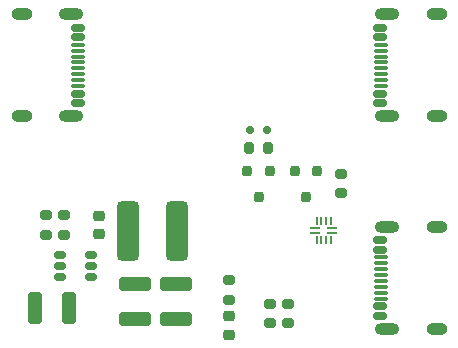
<source format=gbr>
G04 #@! TF.GenerationSoftware,KiCad,Pcbnew,8.0.8*
G04 #@! TF.CreationDate,2025-08-23T08:43:18-04:00*
G04 #@! TF.ProjectId,project-hw-usbc-mux-demux,70726f6a-6563-4742-9d68-772d75736263,rev?*
G04 #@! TF.SameCoordinates,Original*
G04 #@! TF.FileFunction,Paste,Top*
G04 #@! TF.FilePolarity,Positive*
%FSLAX46Y46*%
G04 Gerber Fmt 4.6, Leading zero omitted, Abs format (unit mm)*
G04 Created by KiCad (PCBNEW 8.0.8) date 2025-08-23 08:43:18*
%MOMM*%
%LPD*%
G01*
G04 APERTURE LIST*
G04 Aperture macros list*
%AMRoundRect*
0 Rectangle with rounded corners*
0 $1 Rounding radius*
0 $2 $3 $4 $5 $6 $7 $8 $9 X,Y pos of 4 corners*
0 Add a 4 corners polygon primitive as box body*
4,1,4,$2,$3,$4,$5,$6,$7,$8,$9,$2,$3,0*
0 Add four circle primitives for the rounded corners*
1,1,$1+$1,$2,$3*
1,1,$1+$1,$4,$5*
1,1,$1+$1,$6,$7*
1,1,$1+$1,$8,$9*
0 Add four rect primitives between the rounded corners*
20,1,$1+$1,$2,$3,$4,$5,0*
20,1,$1+$1,$4,$5,$6,$7,0*
20,1,$1+$1,$6,$7,$8,$9,0*
20,1,$1+$1,$8,$9,$2,$3,0*%
G04 Aperture macros list end*
%ADD10RoundRect,0.150000X0.415000X-0.150000X0.415000X0.150000X-0.415000X0.150000X-0.415000X-0.150000X0*%
%ADD11RoundRect,0.075000X0.500000X-0.075000X0.500000X0.075000X-0.500000X0.075000X-0.500000X-0.075000X0*%
%ADD12O,2.100000X1.000000*%
%ADD13O,1.800000X1.000000*%
%ADD14RoundRect,0.150000X-0.415000X0.150000X-0.415000X-0.150000X0.415000X-0.150000X0.415000X0.150000X0*%
%ADD15RoundRect,0.075000X-0.500000X0.075000X-0.500000X-0.075000X0.500000X-0.075000X0.500000X0.075000X0*%
%ADD16RoundRect,0.050000X0.375000X0.050000X-0.375000X0.050000X-0.375000X-0.050000X0.375000X-0.050000X0*%
%ADD17RoundRect,0.050000X0.050000X0.275000X-0.050000X0.275000X-0.050000X-0.275000X0.050000X-0.275000X0*%
%ADD18RoundRect,0.150000X-0.375000X-0.150000X0.375000X-0.150000X0.375000X0.150000X-0.375000X0.150000X0*%
%ADD19RoundRect,0.200000X-0.275000X0.200000X-0.275000X-0.200000X0.275000X-0.200000X0.275000X0.200000X0*%
%ADD20RoundRect,0.200000X-0.200000X-0.275000X0.200000X-0.275000X0.200000X0.275000X-0.200000X0.275000X0*%
%ADD21RoundRect,0.200000X0.275000X-0.200000X0.275000X0.200000X-0.275000X0.200000X-0.275000X-0.200000X0*%
%ADD22RoundRect,0.200000X-0.200000X0.250000X-0.200000X-0.250000X0.200000X-0.250000X0.200000X0.250000X0*%
%ADD23RoundRect,0.475000X-0.475000X-2.075000X0.475000X-2.075000X0.475000X2.075000X-0.475000X2.075000X0*%
%ADD24RoundRect,0.150000X0.150000X0.200000X-0.150000X0.200000X-0.150000X-0.200000X0.150000X-0.200000X0*%
%ADD25RoundRect,0.218750X0.256250X-0.218750X0.256250X0.218750X-0.256250X0.218750X-0.256250X-0.218750X0*%
%ADD26RoundRect,0.250000X-1.100000X0.325000X-1.100000X-0.325000X1.100000X-0.325000X1.100000X0.325000X0*%
%ADD27RoundRect,0.250000X-0.325000X-1.100000X0.325000X-1.100000X0.325000X1.100000X-0.325000X1.100000X0*%
%ADD28RoundRect,0.225000X0.250000X-0.225000X0.250000X0.225000X-0.250000X0.225000X-0.250000X-0.225000X0*%
G04 APERTURE END LIST*
D10*
X62810000Y-47200000D03*
X62810000Y-46400000D03*
D11*
X62820000Y-45250000D03*
X62820000Y-44250000D03*
X62820000Y-43750000D03*
X62820000Y-42750000D03*
D10*
X62810000Y-41600000D03*
X62810000Y-40800000D03*
X62810000Y-40800000D03*
X62810000Y-41600000D03*
D11*
X62820000Y-42250000D03*
X62820000Y-43250000D03*
X62820000Y-44750000D03*
X62820000Y-45750000D03*
D10*
X62810000Y-46400000D03*
X62810000Y-47200000D03*
D12*
X63395000Y-48320000D03*
D13*
X67575000Y-48320000D03*
D12*
X63395000Y-39680000D03*
D13*
X67575000Y-39680000D03*
D10*
X62810000Y-29200000D03*
X62810000Y-28400000D03*
D11*
X62820000Y-27250000D03*
X62820000Y-26250000D03*
X62820000Y-25750000D03*
X62820000Y-24750000D03*
D10*
X62810000Y-23600000D03*
X62810000Y-22800000D03*
X62810000Y-22800000D03*
X62810000Y-23600000D03*
D11*
X62820000Y-24250000D03*
X62820000Y-25250000D03*
X62820000Y-26750000D03*
X62820000Y-27750000D03*
D10*
X62810000Y-28400000D03*
X62810000Y-29200000D03*
D12*
X63395000Y-30320000D03*
D13*
X67575000Y-30320000D03*
D12*
X63395000Y-21680000D03*
D13*
X67575000Y-21680000D03*
D14*
X37190000Y-22800000D03*
X37190000Y-23600000D03*
D15*
X37180000Y-24750000D03*
X37180000Y-25750000D03*
X37180000Y-26250000D03*
X37180000Y-27250000D03*
D14*
X37190000Y-28400000D03*
X37190000Y-29200000D03*
X37190000Y-29200000D03*
X37190000Y-28400000D03*
D15*
X37180000Y-27750000D03*
X37180000Y-26750000D03*
X37180000Y-25250000D03*
X37180000Y-24250000D03*
D14*
X37190000Y-23600000D03*
X37190000Y-22800000D03*
D12*
X36605000Y-21680000D03*
D13*
X32425000Y-21680000D03*
D12*
X36605000Y-30320000D03*
D13*
X32425000Y-30320000D03*
D16*
X58725000Y-40200000D03*
X58725000Y-39800000D03*
D17*
X58600000Y-39175000D03*
X58200000Y-39175000D03*
X57800000Y-39175000D03*
X57400000Y-39175000D03*
D16*
X57275000Y-39800000D03*
X57275000Y-40200000D03*
D17*
X57400000Y-40825000D03*
X57800000Y-40825000D03*
X58200000Y-40825000D03*
X58600000Y-40825000D03*
D18*
X35700000Y-42050000D03*
X35700000Y-43000000D03*
X35700000Y-43950000D03*
X38300000Y-43950000D03*
X38300000Y-43000000D03*
X38300000Y-42050000D03*
D19*
X50000000Y-45825000D03*
X50000000Y-44175000D03*
X53500000Y-46175000D03*
X53500000Y-47825000D03*
X55000000Y-46175000D03*
X55000000Y-47825000D03*
X59500000Y-36825000D03*
X59500000Y-35175000D03*
D20*
X53325000Y-33000000D03*
X51675000Y-33000000D03*
D21*
X36000000Y-40325000D03*
X36000000Y-38675000D03*
D19*
X34500000Y-38675000D03*
X34500000Y-40325000D03*
D22*
X56500000Y-37100000D03*
X55550000Y-34900000D03*
X57450000Y-34900000D03*
X52500000Y-37100000D03*
X51550000Y-34900000D03*
X53450000Y-34900000D03*
D23*
X41400000Y-40000000D03*
X45600000Y-40000000D03*
D24*
X53200000Y-31500000D03*
X51800000Y-31500000D03*
D25*
X50000000Y-47212500D03*
X50000000Y-48787500D03*
D26*
X45500000Y-44525000D03*
X45500000Y-47475000D03*
D27*
X33525000Y-46500000D03*
X36475000Y-46500000D03*
D28*
X39000000Y-40275000D03*
X39000000Y-38725000D03*
D26*
X42000000Y-44525000D03*
X42000000Y-47475000D03*
M02*

</source>
